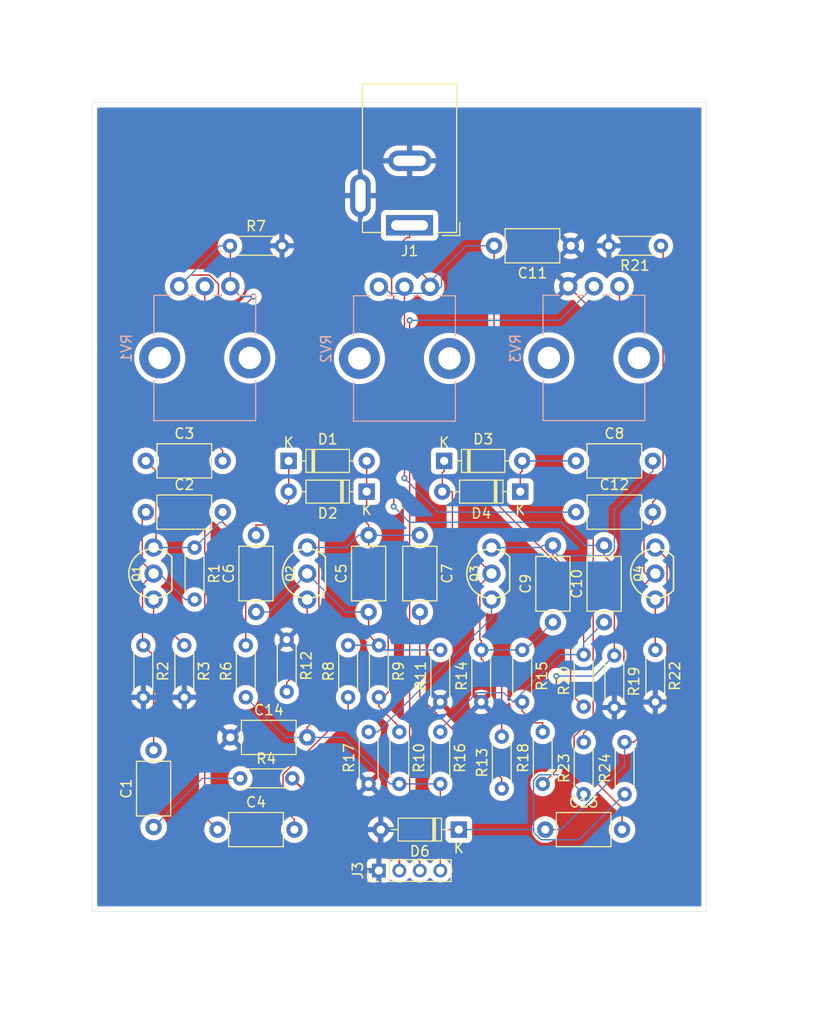
<source format=kicad_pcb>
(kicad_pcb (version 20240108) (generator "pcbnew") (generator_version "8.0")
  (layers (0 "F.Cu" signal "Front") (31 "B.Cu" signal "Back") (34 "B.Paste" user) (35 "F.Paste" user) (36 "B.SilkS" user "B.Silkscreen") (37 "F.SilkS" user "F.Silkscreen") (38 "B.Mask" user) (39 "F.Mask" user) (44 "Edge.Cuts" user))
  (net 0 "")
  (net 1 "Net-(C1-Pad2)")
  (net 2 "Net-(C1-Pad1)")
  (net 3 "Net-(C2-Pad2)")
  (net 4 "Net-(C3-Pad2)")
  (net 5 "Net-(C4-Pad2)")
  (net 6 "Net-(C4-Pad1)")
  (net 7 "Net-(C5-Pad1)")
  (net 8 "Net-(D1-A)")
  (net 9 "Net-(D1-K)")
  (net 10 "Net-(C7-Pad2)")
  (net 11 "Net-(C10-Pad1)")
  (net 12 "Net-(D3-A)")
  (net 13 "Net-(D3-K)")
  (net 14 "Net-(C10-Pad2)")
  (net 15 "Net-(C11-Pad2)")
  (net 16 "GND")
  (net 17 "Net-(C12-Pad1)")
  (net 18 "Net-(C12-Pad2)")
  (net 19 "Net-(C13-Pad2)")
  (net 20 "Net-(C13-Pad1)")
  (net 21 "+9V")
  (net 22 "Net-(Q1-Pad3)")
  (net 23 "Net-(Q2-Pad3)")
  (net 24 "Net-(Q3-Pad3)")
  (net 25 "Net-(Q4-Pad3)")
  (net 26 "Input")
  (net 27 "Net-(R7-Pad1)")
  (net 28 "Output")
  (footprint "Capacitor_THT:C_Axial_L5.1mm_D3.1mm_P7.50mm_Horizontal" (layer "F.Cu") (at 145 109.75 90)
    (property "Reference" "C6" (at 3.75 -2.67 90) (layer "F.SilkS"))
    (property "Value" "0.68u" (hide yes))
    (pad "1" thru_hole circle (at 0 0 90) (size 1.6 1.6) (drill 0.8) (layers "*.Cu" "*.Mask") (net 7 "Net-(C5-Pad1)"))
    (pad "2" thru_hole oval (at 7.5 0 90) (size 1.6 1.6) (drill 0.8) (layers "*.Cu" "*.Mask") (net 9 "Net-(D1-K)"))
  )
  (footprint "Capacitor_THT:C_Axial_L5.1mm_D3.1mm_P7.50mm_Horizontal" (layer "F.Cu") (at 174 110.75 90)
    (property "Reference" "C9" (at 3.75 -2.67 90) (layer "F.SilkS"))
    (property "Value" "470p" (hide yes))
    (pad "1" thru_hole circle (at 0 0 90) (size 1.6 1.6) (drill 0.8) (layers "*.Cu" "*.Mask") (net 13 "Net-(D3-K)"))
    (pad "2" thru_hole oval (at 7.5 0 90) (size 1.6 1.6) (drill 0.8) (layers "*.Cu" "*.Mask") (net 11 "Net-(C10-Pad1)"))
  )
  (footprint "Resistor_THT:R_Axial_DIN0204_L3.6mm_D1.6mm_P5.08mm_Horizontal" (layer "F.Cu") (at 184.54 74 180)
    (property "Reference" "R21" (at 2.54 -1.92 0) (layer "F.SilkS"))
    (property "Value" "100k" (hide yes))
    (pad "1" thru_hole circle (at 0 0 180) (size 1.4 1.4) (drill 0.7) (layers "*.Cu" "*.Mask") (net 18 "Net-(C12-Pad2)"))
    (pad "2" thru_hole oval (at 5.08 0 180) (size 1.4 1.4) (drill 0.7) (layers "*.Cu" "*.Mask") (net 16 "GND"))
  )
  (footprint "Resistor_THT:R_Axial_DIN0204_L3.6mm_D1.6mm_P5.08mm_Horizontal" (layer "F.Cu") (at 173 126.54 90)
    (property "Reference" "R18" (at 2.54 -1.92 90) (layer "F.SilkS"))
    (property "Value" "2.2M" (hide yes))
    (pad "1" thru_hole circle (at 0 0 90) (size 1.4 1.4) (drill 0.7) (layers "*.Cu" "*.Mask") (net 14 "Net-(C10-Pad2)"))
    (pad "2" thru_hole oval (at 5.08 0 90) (size 1.4 1.4) (drill 0.7) (layers "*.Cu" "*.Mask") (net 11 "Net-(C10-Pad1)"))
  )
  (footprint "Resistor_THT:R_Axial_DIN0204_L3.6mm_D1.6mm_P5.08mm_Horizontal" (layer "F.Cu") (at 139 103.46 -90)
    (property "Reference" "R1" (at 2.54 -1.92 90) (layer "F.SilkS"))
    (property "Value" "470k" (hide yes))
    (pad "1" thru_hole circle (at 0 0 270) (size 1.4 1.4) (drill 0.7) (layers "*.Cu" "*.Mask") (net 3 "Net-(C2-Pad2)"))
    (pad "2" thru_hole oval (at 5.08 0 270) (size 1.4 1.4) (drill 0.7) (layers "*.Cu" "*.Mask") (net 1 "Net-(C1-Pad2)"))
  )
  (footprint "Diode_THT:D_DO-35_SOD27_P7.62mm_Horizontal" (layer "F.Cu") (at 155.81 98 180)
    (property "Reference" "D2" (at 3.81 -2.12 0) (layer "F.SilkS"))
    (property "Value" "1N4148" (hide yes))
    (fp_text user "K" (at 0 -1.8 0) (layer "F.SilkS"))
    (pad "1" thru_hole rect (at 0 0 180) (size 1.6 1.6) (drill 0.8) (layers "*.Cu" "*.Mask") (net 8 "Net-(D1-A)"))
    (pad "2" thru_hole oval (at 7.62 0 180) (size 1.6 1.6) (drill 0.8) (layers "*.Cu" "*.Mask") (net 9 "Net-(D1-K)"))
  )
  (footprint "Resistor_THT:R_Axial_DIN0204_L3.6mm_D1.6mm_P5.08mm_Horizontal" (layer "F.Cu") (at 156 126.54 90)
    (property "Reference" "R17" (at 2.54 -1.92 90) (layer "F.SilkS"))
    (property "Value" "390" (hide yes))
    (pad "1" thru_hole circle (at 0 0 90) (size 1.4 1.4) (drill 0.7) (layers "*.Cu" "*.Mask") (net 16 "GND"))
    (pad "2" thru_hole oval (at 5.08 0 90) (size 1.4 1.4) (drill 0.7) (layers "*.Cu" "*.Mask") (net 24 "Net-(Q3-Pad3)"))
  )
  (footprint "Resistor_THT:R_Axial_DIN0204_L3.6mm_D1.6mm_P5.08mm_Horizontal" (layer "F.Cu") (at 180 114 -90)
    (property "Reference" "R19" (at 2.54 -1.92 90) (layer "F.SilkS"))
    (property "Value" "100k" (hide yes))
    (pad "1" thru_hole circle (at 0 0 270) (size 1.4 1.4) (drill 0.7) (layers "*.Cu" "*.Mask") (net 14 "Net-(C10-Pad2)"))
    (pad "2" thru_hole oval (at 5.08 0 270) (size 1.4 1.4) (drill 0.7) (layers "*.Cu" "*.Mask") (net 16 "GND"))
  )
  (footprint "Resistor_THT:R_Axial_DIN0204_L3.6mm_D1.6mm_P5.08mm_Horizontal" (layer "F.Cu") (at 143.46 126)
    (property "Reference" "R4" (at 2.54 -1.92 0) (layer "F.SilkS"))
    (property "Value" "39k" (hide yes))
    (pad "1" thru_hole circle (at 0 0) (size 1.4 1.4) (drill 0.7) (layers "*.Cu" "*.Mask") (net 2 "Net-(C1-Pad1)"))
    (pad "2" thru_hole oval (at 5.08 0) (size 1.4 1.4) (drill 0.7) (layers "*.Cu" "*.Mask") (net 26 "Input"))
  )
  (footprint "Resistor_THT:R_Axial_DIN0204_L3.6mm_D1.6mm_P5.08mm_Horizontal" (layer "F.Cu") (at 171 113.46 -90)
    (property "Reference" "R15" (at 2.54 -1.92 90) (layer "F.SilkS"))
    (property "Value" "470k" (hide yes))
    (pad "1" thru_hole circle (at 0 0 270) (size 1.4 1.4) (drill 0.7) (layers "*.Cu" "*.Mask") (net 13 "Net-(D3-K)"))
    (pad "2" thru_hole oval (at 5.08 0 270) (size 1.4 1.4) (drill 0.7) (layers "*.Cu" "*.Mask") (net 11 "Net-(C10-Pad1)"))
  )
  (footprint "Resistor_THT:R_Axial_DIN0204_L3.6mm_D1.6mm_P5.08mm_Horizontal" (layer "F.Cu") (at 144 118.08 90)
    (property "Reference" "R6" (at 2.54 -1.92 90) (layer "F.SilkS"))
    (property "Value" "12k" (hide yes))
    (pad "1" thru_hole circle (at 0 0 90) (size 1.4 1.4) (drill 0.7) (layers "*.Cu" "*.Mask") (net 21 "+9V"))
    (pad "2" thru_hole oval (at 5.08 0 90) (size 1.4 1.4) (drill 0.7) (layers "*.Cu" "*.Mask") (net 3 "Net-(C2-Pad2)"))
  )
  (footprint "Capacitor_THT:C_Axial_L5.1mm_D3.1mm_P7.50mm_Horizontal" (layer "F.Cu") (at 134.25 100)
    (property "Reference" "C2" (at 3.75 -2.67 0) (layer "F.SilkS"))
    (property "Value" "470p" (hide yes))
    (pad "1" thru_hole circle (at 0 0) (size 1.6 1.6) (drill 0.8) (layers "*.Cu" "*.Mask") (net 1 "Net-(C1-Pad2)"))
    (pad "2" thru_hole oval (at 7.5 0) (size 1.6 1.6) (drill 0.8) (layers "*.Cu" "*.Mask") (net 3 "Net-(C2-Pad2)"))
  )
  (footprint "2N5088:TO92" (layer "F.Cu") (at 168 106 -90)
    (property "Reference" "Q3" (at 0 1.651 90) (layer "F.SilkS") (effects (font (size 0.8 0.8))))
    (property "Value" "2N5088" (hide yes))
    (pad "1" thru_hole circle (at -2.54 0 270) (size 1.778 1.778) (drill 1.016) (layers "*.Cu" "*.Mask") (net 11 "Net-(C10-Pad1)"))
    (pad "2" thru_hole circle (at 0 0 270) (size 1.778 1.778) (drill 1.016) (layers "*.Cu" "*.Mask") (net 13 "Net-(D3-K)"))
    (pad "3" thru_hole circle (at 2.54 0 270) (size 1.778 1.778) (drill 1.016) (layers "*.Cu" "*.Mask") (net 24 "Net-(Q3-Pad3)"))
  )
  (footprint "Connector_PinHeader_2.00mm:PinHeader_1x04_P2.00mm_Vertical" (layer "F.Cu") (at 157 135 90)
    (property "Reference" "J3" (at 0 -2.06 90) (layer "F.SilkS"))
    (property "Value" "Conn_01x04_Socket" (hide yes))
    (pad "1" thru_hole rect (at 0 0 90) (size 1.35 1.35) (drill 0.8) (layers "*.Cu" "*.Mask") (net 16 "GND"))
    (pad "2" thru_hole oval (at 0 2 90) (size 1.35 1.35) (drill 0.8) (layers "*.Cu" "*.Mask") (net 26 "Input"))
    (pad "3" thru_hole oval (at 0 4 90) (size 1.35 1.35) (drill 0.8) (layers "*.Cu" "*.Mask") (net 28 "Output"))
    (pad "4" thru_hole oval (at 0 6 90) (size 1.35 1.35) (drill 0.8) (layers "*.Cu" "*.Mask") (net 21 "+9V"))
  )
  (footprint "Resistor_THT:R_Axial_DIN0204_L3.6mm_D1.6mm_P5.08mm_Horizontal" (layer "F.Cu") (at 138 113 -90)
    (property "Reference" "R3" (at 2.54 -1.92 90) (layer "F.SilkS"))
    (property "Value" "390" (hide yes))
    (pad "1" thru_hole circle (at 0 0 270) (size 1.4 1.4) (drill 0.7) (layers "*.Cu" "*.Mask") (net 22 "Net-(Q1-Pad3)"))
    (pad "2" thru_hole oval (at 5.08 0 270) (size 1.4 1.4) (drill 0.7) (layers "*.Cu" "*.Mask") (net 16 "GND"))
  )
  (footprint "Resistor_THT:R_Axial_DIN0204_L3.6mm_D1.6mm_P5.08mm_Horizontal" (layer "F.Cu") (at 159 121.46 -90)
    (property "Reference" "R10" (at 2.54 -1.92 90) (layer "F.SilkS"))
    (property "Value" "12k" (hide yes))
    (pad "1" thru_hole circle (at 0 0 270) (size 1.4 1.4) (drill 0.7) (layers "*.Cu" "*.Mask") (net 8 "Net-(D1-A)"))
    (pad "2" thru_hole oval (at 5.08 0 270) (size 1.4 1.4) (drill 0.7) (layers "*.Cu" "*.Mask") (net 21 "+9V"))
  )
  (footprint "2N5088:TO92" (layer "F.Cu") (at 135 106 -90)
    (property "Reference" "Q1" (at 0 1.651 90) (layer "F.SilkS") (effects (font (size 0.8 0.8))))
    (property "Value" "2N5088" (hide yes))
    (pad "1" thru_hole circle (at -2.54 0 270) (size 1.778 1.778) (drill 1.016) (layers "*.Cu" "*.Mask") (net 3 "Net-(C2-Pad2)"))
    (pad "2" thru_hole circle (at 0 0 270) (size 1.778 1.778) (drill 1.016) (layers "*.Cu" "*.Mask") (net 1 "Net-(C1-Pad2)"))
    (pad "3" thru_hole circle (at 2.54 0 270) (size 1.778 1.778) (drill 1.016) (layers "*.Cu" "*.Mask") (net 22 "Net-(Q1-Pad3)"))
  )
  (footprint "Resistor_THT:R_Axial_DIN0204_L3.6mm_D1.6mm_P5.08mm_Horizontal" (layer "F.Cu") (at 134 113 -90)
    (property "Reference" "R2" (at 2.54 -1.92 90) (layer "F.SilkS"))
    (property "Value" "100k" (hide yes))
    (pad "1" thru_hole circle (at 0 0 270) (size 1.4 1.4) (drill 0.7) (layers "*.Cu" "*.Mask") (net 1 "Net-(C1-Pad2)"))
    (pad "2" thru_hole oval (at 5.08 0 270) (size 1.4 1.4) (drill 0.7) (layers "*.Cu" "*.Mask") (net 16 "GND"))
  )
  (footprint "Resistor_THT:R_Axial_DIN0204_L3.6mm_D1.6mm_P5.08mm_Horizontal" (layer "F.Cu") (at 163 118.54 90)
    (property "Reference" "R11" (at 2.54 -1.92 90) (layer "F.SilkS"))
    (property "Value" "100k" (hide yes))
    (pad "1" thru_hole circle (at 0 0 90) (size 1.4 1.4) (drill 0.7) (layers "*.Cu" "*.Mask") (net 16 "GND"))
    (pad "2" thru_hole oval (at 5.08 0 90) (size 1.4 1.4) (drill 0.7) (layers "*.Cu" "*.Mask") (net 7 "Net-(C5-Pad1)"))
  )
  (footprint "Capacitor_THT:C_Axial_L5.1mm_D3.1mm_P7.50mm_Horizontal" (layer "F.Cu") (at 142.5 122)
    (property "Reference" "C14" (at 3.75 -2.67 0) (layer "F.SilkS"))
    (property "Value" "0.1u" (hide yes))
    (pad "1" thru_hole circle (at 0 0) (size 1.6 1.6) (drill 0.8) (layers "*.Cu" "*.Mask") (net 16 "GND"))
    (pad "2" thru_hole oval (at 7.5 0) (size 1.6 1.6) (drill 0.8) (layers "*.Cu" "*.Mask") (net 21 "+9V"))
  )
  (footprint "Capacitor_THT:C_Axial_L5.1mm_D3.1mm_P7.50mm_Horizontal" (layer "F.Cu") (at 161 102.25 -90)
    (property "Reference" "C7" (at 3.75 -2.67 90) (layer "F.SilkS"))
    (property "Value" "0.68u" (hide yes))
    (pad "1" thru_hole circle (at 0 0 270) (size 1.6 1.6) (drill 0.8) (layers "*.Cu" "*.Mask") (net 8 "Net-(D1-A)"))
    (pad "2" thru_hole oval (at 7.5 0 270) (size 1.6 1.6) (drill 0.8) (layers "*.Cu" "*.Mask") (net 10 "Net-(C7-Pad2)"))
  )
  (footprint "Resistor_THT:R_Axial_DIN0204_L3.6mm_D1.6mm_P5.08mm_Horizontal" (layer "F.Cu") (at 142.46 74)
    (property "Reference" "R7" (at 2.54 -1.92 0) (layer "F.SilkS"))
    (property "Value" "1k" (hide yes))
    (pad "1" thru_hole circle (at 0 0) (size 1.4 1.4) (drill 0.7) (layers "*.Cu" "*.Mask") (net 27 "Net-(R7-Pad1)"))
    (pad "2" thru_hole oval (at 5.08 0) (size 1.4 1.4) (drill 0.7) (layers "*.Cu" "*.Mask") (net 16 "GND"))
  )
  (footprint "Resistor_THT:R_Axial_DIN0204_L3.6mm_D1.6mm_P5.08mm_Horizontal" (layer "F.Cu") (at 181 127.54 90)
    (property "Reference" "R24" (at 2.54 -1.92 90) (layer "F.SilkS"))
    (property "Value" "10k" (hide yes))
    (pad "1" thru_hole circle (at 0 0 90) (size 1.4 1.4) (drill 0.7) (layers "*.Cu" "*.Mask") (net 21 "+9V"))
    (pad "2" thru_hole oval (at 5.08 0 90) (size 1.4 1.4) (drill 0.7) (layers "*.Cu" "*.Mask") (net 20 "Net-(C13-Pad1)"))
  )
  (footprint "Capacitor_THT:C_Axial_L5.1mm_D3.1mm_P7.50mm_Horizontal" (layer "F.Cu") (at 156 109.75 90)
    (property "Reference" "C5" (at 3.75 -2.67 90) (layer "F.SilkS"))
    (property "Value" "470p" (hide yes))
    (pad "1" thru_hole circle (at 0 0 90) (size 1.6 1.6) (drill 0.8) (layers "*.Cu" "*.Mask") (net 7 "Net-(C5-Pad1)"))
    (pad "2" thru_hole oval (at 7.5 0 90) (size 1.6 1.6) (drill 0.8) (layers "*.Cu" "*.Mask") (net 8 "Net-(D1-A)"))
  )
  (footprint "Resistor_THT:R_Axial_DIN0204_L3.6mm_D1.6mm_P5.08mm_Horizontal" (layer "F.Cu") (at 163 121.46 -90)
    (property "Reference" "R16" (at 2.54 -1.92 90) (layer "F.SilkS"))
    (property "Value" "12k" (hide yes))
    (pad "1" thru_hole circle (at 0 0 270) (size 1.4 1.4) (drill 0.7) (layers "*.Cu" "*.Mask") (net 11 "Net-(C10-Pad1)"))
    (pad "2" thru_hole oval (at 5.08 0 270) (size 1.4 1.4) (drill 0.7) (layers "*.Cu" "*.Mask") (net 21 "+9V"))
  )
  (footprint "2N5088:TO92" (layer "F.Cu") (at 184 106 -90)
    (property "Reference" "Q4" (at 0 1.651 90) (layer "F.SilkS") (effects (font (size 0.8 0.8))))
    (property "Value" "2N5088" (hide yes))
    (pad "1" thru_hole circle (at -2.54 0 270) (size 1.778 1.778) (drill 1.016) (layers "*.Cu" "*.Mask") (net 20 "Net-(C13-Pad1)"))
    (pad "2" thru_hole circle (at 0 0 270) (size 1.778 1.778) (drill 1.016) (layers "*.Cu" "*.Mask") (net 18 "Net-(C12-Pad2)"))
    (pad "3" thru_hole circle (at 2.54 0 270) (size 1.778 1.778) (drill 1.016) (layers "*.Cu" "*.Mask") (net 25 "Net-(Q4-Pad3)"))
  )
  (footprint "Resistor_THT:R_Axial_DIN0204_L3.6mm_D1.6mm_P5.08mm_Horizontal" (layer "F.Cu") (at 184 113.46 -90)
    (property "Reference" "R22" (at 2.54 -1.92 90) (layer "F.SilkS"))
    (property "Value" "2.2k" (hide yes))
    (pad "1" thru_hole circle (at 0 0 270) (size 1.4 1.4) (drill 0.7) (layers "*.Cu" "*.Mask") (net 25 "Net-(Q4-Pad3)"))
    (pad "2" thru_hole oval (at 5.08 0 270) (size 1.4 1.4) (drill 0.7) (layers "*.Cu" "*.Mask") (net 16 "GND"))
  )
  (footprint "Capacitor_THT:C_Axial_L5.1mm_D3.1mm_P7.50mm_Horizontal" (layer "F.Cu") (at 179 110.75 90)
    (property "Reference" "C10" (at 3.75 -2.67 90) (layer "F.SilkS"))
    (property "Value" "4.7p" (hide yes))
    (pad "1" thru_hole circle (at 0 0 90) (size 1.6 1.6) (drill 0.8) (layers "*.Cu" "*.Mask") (net 11 "Net-(C10-Pad1)"))
    (pad "2" thru_hole oval (at 7.5 0 90) (size 1.6 1.6) (drill 0.8) (layers "*.Cu" "*.Mask") (net 14 "Net-(C10-Pad2)"))
  )
  (footprint "Capacitor_THT:C_Axial_L5.1mm_D3.1mm_P7.50mm_Horizontal" (layer "F.Cu") (at 175.75 74 180)
    (property "Reference" "C11" (at 3.75 -2.67 0) (layer "F.SilkS"))
    (property "Value" "0.01u" (hide yes))
    (pad "1" thru_hole circle (at 0 0 180) (size 1.6 1.6) (drill 0.8) (layers "*.Cu" "*.Mask") (net 16 "GND"))
    (pad "2" thru_hole oval (at 7.5 0 180) (size 1.6 1.6) (drill 0.8) (layers "*.Cu" "*.Mask") (net 15 "Net-(C11-Pad2)"))
  )
  (footprint "Resistor_THT:R_Axial_DIN0204_L3.6mm_D1.6mm_P5.08mm_Horizontal" (layer "F.Cu") (at 177 127.54 90)
    (property "Reference" "R23" (at 2.54 -1.92 90) (layer "F.SilkS"))
    (property "Value" "390k" (hide yes))
    (pad "1" thru_hole circle (at 0 0 90) (size 1.4 1.4) (drill 0.7) (layers "*.Cu" "*.Mask") (net 21 "+9V"))
    (pad "2" thru_hole oval (at 5.08 0 90) (size 1.4 1.4) (drill 0.7) (layers "*.Cu" "*.Mask") (net 18 "Net-(C12-Pad2)"))
  )
  (footprint "Resistor_THT:R_Axial_DIN0204_L3.6mm_D1.6mm_P5.08mm_Horizontal" (layer "F.Cu") (at 148 112.46 -90)
    (property "Reference" "R12" (at 2.54 -1.92 90) (layer "F.SilkS"))
    (property "Value" "390" (hide yes))
    (pad "1" thru_hole circle (at 0 0 270) (size 1.4 1.4) (drill 0.7) (layers "*.Cu" "*.Mask") (net 16 "GND"))
    (pad "2" thru_hole oval (at 5.08 0 270) (size 1.4 1.4) (drill 0.7) (layers "*.Cu" "*.Mask") (net 23 "Net-(Q2-Pad3)"))
  )
  (footprint "Diode_THT:D_DO-35_SOD27_P7.62mm_Horizontal" (layer "F.Cu") (at 170.81 98 180)
    (property "Reference" "D4" (at 3.81 -2.12 0) (layer "F.SilkS"))
    (property "Value" "1N4148" (hide yes))
    (fp_text user "K" (at 0 -1.8 0) (layer "F.SilkS"))
    (pad "1" thru_hole rect (at 0 0 180) (size 1.6 1.6) (drill 0.8) (layers "*.Cu" "*.Mask") (net 12 "Net-(D3-A)"))
    (pad "2" thru_hole oval (at 7.62 0 180) (size 1.6 1.6) (drill 0.8) (layers "*.Cu" "*.Mask") (net 13 "Net-(D3-K)"))
  )
  (footprint "2N5088:TO92" (layer "F.Cu") (at 150 106 -90)
    (property "Reference" "Q2" (at 0 1.651 90) (layer "F.SilkS") (effects (font (size 0.8 0.8))))
    (property "Value" "2N5088" (hide yes))
    (pad "1" thru_hole circle (at -2.54 0 270) (size 1.778 1.778) (drill 1.016) (layers "*.Cu" "*.Mask") (net 8 "Net-(D1-A)"))
    (pad "2" thru_hole circle (at 0 0 270) (size 1.778 1.778) (drill 1.016) (layers "*.Cu" "*.Mask") (net 7 "Net-(C5-Pad1)"))
    (pad "3" thru_hole circle (at 2.54 0 270) (size 1.778 1.778) (drill 1.016) (layers "*.Cu" "*.Mask") (net 23 "Net-(Q2-Pad3)"))
  )
  (footprint "Capacitor_THT:C_Axial_L5.1mm_D3.1mm_P7.50mm_Horizontal" (layer "F.Cu") (at 176.25 100)
    (property "Reference" "C12" (at 3.75 -2.67 0) (layer "F.SilkS"))
    (property "Value" "0.1u" (hide yes))
    (pad "1" thru_hole circle (at 0 0) (size 1.6 1.6) (drill 0.8) (layers "*.Cu" "*.Mask") (net 17 "Net-(C12-Pad1)"))
    (pad "2" thru_hole oval (at 7.5 0) (size 1.6 1.6) (drill 0.8) (layers "*.Cu" "*.Mask") (net 18 "Net-(C12-Pad2)"))
  )
  (footprint "Diode_THT:D_DO-35_SOD27_P7.62mm_Horizontal" (layer "F.Cu") (at 164.81 131 180)
    (property "Reference" "D6" (at 3.81 -2.12 0) (layer "F.SilkS"))
    (property "Value" "1N4148" (hide yes))
    (fp_text user "K" (at 0 -1.8 0) (layer "F.SilkS"))
    (pad "1" thru_hole rect (at 0 0 180) (size 1.6 1.6) (drill 0.8) (layers "*.Cu" "*.Mask") (net 21 "+9V"))
    (pad "2" thru_hole oval (at 7.62 0 180) (size 1.6 1.6) (drill 0.8) (layers "*.Cu" "*.Mask") (net 16 "GND"))
  )
  (footprint "Capacitor_THT:C_Axial_L5.1mm_D3.1mm_P7.50mm_Horizontal" (layer "F.Cu") (at 173.25 131)
    (property "Reference" "C13" (at 3.75 -2.67 0) (layer "F.SilkS"))
    (property "Value" "0.1u" (hide yes))
    (pad "1" thru_hole circle (at 0 0) (size 1.6 1.6) (drill 0.8) (layers "*.Cu" "*.Mask") (net 20 "Net-(C13-Pad1)"))
    (pad "2" thru_hole oval (at 7.5 0) (size 1.6 1.6) (drill 0.8) (layers "*.Cu" "*.Mask") (net 19 "Net-(C13-Pad2)"))
  )
  (footprint "Resistor_THT:R_Axial_DIN0204_L3.6mm_D1.6mm_P5.08mm_Horizontal" (layer "F.Cu") (at 154 118.08 90)
    (property "Reference" "R8" (at 2.54 -1.92 90) (layer "F.SilkS"))
    (property "Value" "10k" (hide yes))
    (pad "1" thru_hole circle (at 0 0 90) (size 1.4 1.4) (drill 0.7) (layers "*.Cu" "*.Mask") (net 5 "Net-(C4-Pad2)"))
    (pad "2" thru_hole oval (at 5.08 0 90) (size 1.4 1.4) (drill 0.7) (layers "*.Cu" "*.Mask") (net 7 "Net-(C5-Pad1)"))
  )
  (footprint "Diode_THT:D_DO-35_SOD27_P7.62mm_Horizontal" (layer "F.Cu") (at 148.19 95)
    (property "Reference" "D1" (at 3.81 -2.12 0) (layer "F.SilkS"))
    (property "Value" "1N4148" (hide yes))
    (fp_text user "K" (at 0 -1.8 0) (layer "F.SilkS"))
    (pad "1" thru_hole rect (at 0 0) (size 1.6 1.6) (drill 0.8) (layers "*.Cu" "*.Mask") (net 9 "Net-(D1-K)"))
    (pad "2" thru_hole oval (at 7.62 0) (size 1.6 1.6) (drill 0.8) (layers "*.Cu" "*.Mask") (net 8 "Net-(D1-A)"))
  )
  (footprint "Capacitor_THT:C_Axial_L5.1mm_D3.1mm_P7.50mm_Horizontal" (layer "F.Cu") (at 135 130.75 90)
    (property "Reference" "C1" (at 3.75 -2.67 90) (layer "F.SilkS"))
    (property "Value" "0.1u" (hide yes))
    (pad "1" thru_hole circle (at 0 0 90) (size 1.6 1.6) (drill 0.8) (layers "*.Cu" "*.Mask") (net 2 "Net-(C1-Pad1)"))
    (pad "2" thru_hole oval (at 7.5 0 90) (size 1.6 1.6) (drill 0.8) (layers "*.Cu" "*.Mask") (net 1 "Net-(C1-Pad2)"))
  )
  (footprint "Capacitor_THT:C_Axial_L5.1mm_D3.1mm_P7.50mm_Horizontal" (layer "F.Cu") (at 176.25 95)
    (property "Reference" "C8" (at 3.75 -2.67 0) (layer "F.SilkS"))
    (property "Value" "0.68u" (hide yes))
    (pad "1" thru_hole circle (at 0 0) (size 1.6 1.6) (drill 0.8) (layers "*.Cu" "*.Mask") (net 12 "Net-(D3-A)"))
    (pad "2" thru_hole oval (at 7.5 0) (size 1.6 1.6) (drill 0.8) (layers "*.Cu" "*.Mask") (net 11 "Net-(C10-Pad1)"))
  )
  (footprint "Resistor_THT:R_Axial_DIN0204_L3.6mm_D1.6mm_P5.08mm_Horizontal" (layer "F.Cu") (at 169 127 90)
    (property "Reference" "R13" (at 2.54 -1.92 90) (layer "F.SilkS"))
    (property "Value" "10k" (hide yes))
    (pad "1" thru_hole circle (at 0 0 90) (size 1.4 1.4) (drill 0.7) (layers "*.Cu" "*.Mask") (net 10 "Net-(C7-Pad2)"))
    (pad "2" thru_hole oval (at 5.08 0 90) (size 1.4 1.4) (drill 0.7) (layers "*.Cu" "*.Mask") (net 13 "Net-(D3-K)"))
  )
  (footprint "Resistor_THT:R_Axial_DIN0204_L3.6mm_D1.6mm_P5.08mm_Horizontal" (layer "F.Cu") (at 157 113 -90)
    (property "Reference" "R9" (at 2.54 -1.92 90) (layer "F.SilkS"))
    (property "Value" "470k" (hide yes))
    (pad "1" thru_hole circle (at 0 0 270) (size 1.4 1.4) (drill 0.7) (layers "*.Cu" "*.Mask") (net 7 "Net-(C5-Pad1)"))
    (pad "2" thru_hole oval (at 5.08 0 270) (size 1.4 1.4) (drill 0.7) (layers "*.Cu" "*.Mask") (net 8 "Net-(D1-A)"))
  )
  (footprint "Connector_BarrelJack:BarrelJack_GCT_DCJ200-10-A_Horizontal" (layer "F.Cu") (at 160 72 180)
    (property "Reference" "J1" (at 0 -2.5 0) (layer "F.SilkS"))
    (property "Value" "PJ-202A" (hide yes))
    (pad "1" thru_hole rect (at 0 0 180) (size 4.6 2) (drill oval 3.6 1) (layers "*.Cu" "*.Mask") (net 21 "+9V"))
    (pad "2" thru_hole oval (at 0 6.3 180) (size 4.2 2) (drill oval 3.2 1) (layers "*.Cu" "*.Mask") (net 16 "GND"))
    (pad "3" thru_hole oval (at 4.8 2.9 180) (size 2 4.2) (drill oval 1 3.2) (layers "*.Cu" "*.Mask") (net 16 "GND"))
  )
  (footprint "Capacitor_THT:C_Axial_L5.1mm_D3.1mm_P7.50mm_Horizontal" (layer "F.Cu") (at 141.25 131)
    (property "Reference" "C4" (at 3.75 -2.67 0) (layer "F.SilkS"))
    (property "Value" "0.1u" (hide yes))
    (pad "1" thru_hole circle (at 0 0) (size 1.6 1.6) (drill 0.8) (layers "*.Cu" "*.Mask") (net 6 "Net-(C4-Pad1)"))
    (pad "2" thru_hole oval (at 7.5 0) (size 1.6 1.6) (drill 0.8) (layers "*.Cu" "*.Mask") (net 5 "Net-(C4-Pad2)"))
  )
  (footprint "Capacitor_THT:C_Axial_L5.1mm_D3.1mm_P7.50mm_Horizontal" (layer "F.Cu") (at 134.25 95)
    (property "Reference" "C3" (at 3.75 -2.67 0) (layer "F.SilkS"))
    (property "Value" "0.1u" (hide yes))
    (pad "1" thru_hole circle (at 0 0) (size 1.6 1.6) (drill 0.8) (layers "*.Cu" "*.Mask") (net 3 "Net-(C2-Pad2)"))
    (pad "2" thru_hole oval (at 7.5 0) (size 1.6 1.6) (drill 0.8) (layers "*.Cu" "*.Mask") (net 4 "Net-(C3-Pad2)"))
  )
  (footprint "Resistor_THT:R_Axial_DIN0204_L3.6mm_D1.6mm_P5.08mm_Horizontal" (layer "F.Cu") (at 177 119 90)
    (property "Reference" "R20" (at 2.54 -1.92 90) (layer "F.SilkS"))
    (property "Value" "22k" (hide yes))
    (pad "1" thru_hole circle (at 0 0 90) (size 1.4 1.4) (drill 0.7) (layers "*.Cu" "*.Mask") (net 15 "Net-(C11-Pad2)"))
    (pad "2" thru_hole oval (at 5.08 0 90) (size 1.4 1.4) (drill 0.7) (layers "*.Cu" "*.Mask") (net 11 "Net-(C10-Pad1)"))
  )
  (footprint "Diode_THT:D_DO-35_SOD27_P7.62mm_Horizontal" (layer "F.Cu") (at 163.38 95)
    (property "Reference" "D3" (at 3.81 -2.12 0) (layer "F.SilkS"))
    (property "Value" "1N4148" (hide yes))
    (fp_text user "K" (at 0 -1.8 0) (layer "F.SilkS"))
    (pad "1" thru_hole rect (at 0 0) (size 1.6 1.6) (drill 0.8) (layers "*.Cu" "*.Mask") (net 13 "Net-(D3-K)"))
    (pad "2" thru_hole oval (at 7.62 0) (size 1.6 1.6) (drill 0.8) (layers "*.Cu" "*.Mask") (net 12 "Net-(D3-A)"))
  )
  (footprint "Resistor_THT:R_Axial_DIN0204_L3.6mm_D1.6mm_P5.08mm_Horizontal" (layer "F.Cu") (at 167 118.54 90)
    (property "Reference" "R14" (at 2.54 -1.92 90) (layer "F.SilkS"))
    (property "Value" "100k" (hide yes))
    (pad "1" thru_hole circle (at 0 0 90) (size 1.4 1.4) (drill 0.7) (layers "*.Cu" "*.Mask") (net 16 "GND"))
    (pad "2" thru_hole oval (at 5.08 0 90) (size 1.4 1.4) (drill 0.7) (layers "*.Cu" "*.Mask") (net 13 "Net-(D3-K)"))
  )
  (footprint "Potentiometer_THT:Potentiometer_Bourns_PTV09A-1_Single_Vertical" (layer "B.Cu") (at 142.5 77.95 -90)
    (property "Reference" "RV1" (at 6.05 10.15 90) (layer "B.SilkS") (effects (justify mirror)))
    (property "Value" "100k" (hide yes))
    (pad "" np_thru_hole circle (at 7 -1.9 270) (size 4 4) (drill 2.2) (layers "*.Cu" "*.Mask"))
    (pad "" np_thru_hole circle (at 7 6.9 270) (size 4 4) (drill 2.2) (layers "*.Cu" "*.Mask"))
    (pad "1" thru_hole circle (at 0 0 270) (size 1.8 1.8) (drill 1) (layers "*.Cu" "*.Mask") (net 4 "Net-(C3-Pad2)"))
    (pad "2" thru_hole circle (at 0 2.5 270) (size 1.8 1.8) (drill 1) (layers "*.Cu" "*.Mask") (net 6 "Net-(C4-Pad1)"))
    (pad "3" thru_hole circle (at 0 5 270) (size 1.8 1.8) (drill 1) (layers "*.Cu" "*.Mask") (net 27 "Net-(R7-Pad1)"))
  )
  (footprint "Potentiometer_THT:Potentiometer_Bourns_PTV09A-1_Single_Vertical" (layer "B.Cu") (at 180.5 77.95 -90)
    (property "Reference" "RV3" (at 6.05 10.15 90) (layer "B.SilkS") (effects (justify mirror)))
    (property "Value" "100k" (hide yes))
    (pad "" np_thru_hole circle (at 7 -1.9 270) (size 4 4) (drill 2.2) (layers "*.Cu" "*.Mask"))
    (pad "" np_thru_hole circle (at 7 6.9 270) (size 4 4) (drill 2.2) (layers "*.Cu" "*.Mask"))
    (pad "1" thru_hole circle (at 0 0 270) (size 1.8 1.8) (drill 1) (layers "*.Cu" "*.Mask") (net 19 "Net-(C13-Pad2)"))
    (pad "2" thru_hole circle (at 0 2.5 270) (size 1.8 1.8) (drill 1) (layers "*.Cu" "*.Mask") (net 28 "Output"))
    (pad "3" thru_hole circle (at 0 5 270) (size 1.8 1.8) (drill 1) (layers "*.Cu" "*.Mask") (net 16 "GND"))
  )
  (footprint "Potentiometer_THT:Potentiometer_Bourns_PTV09A-1_Single_Vertical" (layer "B.Cu") (at 162 78 -90)
    (property "Reference" "RV2" (at 6.05 10.15 90) (layer "B.SilkS") (effects (justify mirror)))
    (property "Value" "100k" (hide yes))
    (pad "" np_thru_hole circle (at 7 -1.9 270) (size 4 4) (drill 2.2) (layers "*.Cu" "*.Mask"))
    (pad "" np_thru_hole circle (at 7 6.9 270) (size 4 4) (drill 2.2) (layers "*.Cu" "*.Mask"))
    (pad "1" thru_hole circle (at 0 0 270) (size 1.8 1.8) (drill 1) (layers "*.Cu" "*.Mask") (net 14 "Net-(C10-Pad2)"))
    (pad "2" thru_hole circle (at 0 2.5 270) (size 1.8 1.8) (drill 1) (layers "*.Cu" "*.Mask") (net 17 "Net-(C12-Pad1)"))
    (pad "3" thru_hole circle (at 0 5 270) (size 1.8 1.8) (drill 1) (layers "*.Cu" "*.Mask") (net 15 "Net-(C11-Pad2)"))
  )
  (gr_line (start 189 139) (end 129 139) (stroke (width 0.0381)) (layer "Edge.Cuts"))
  (gr_line (start 189 60) (end 189 139) (stroke (width 0.0381)) (layer "Edge.Cuts"))
  (gr_line (start 129 60) (end 189 60) (stroke (width 0.0381)) (layer "Edge.Cuts"))
  (gr_line (start 129 139) (end 129 60) (stroke (width 0.0381)) (layer "Edge.Cuts"))
  (segment (start 133.895 104.895) (end 135 106) (width 0.127) (layer "F.Cu") (net 1))
  (segment (start 134.25 100) (end 133.895 100.355) (width 0.127) (layer "F.Cu") (net 1))
  (segment (start 134 113) (end 135 114) (width 0.127) (layer "F.Cu") (net 1))
  (segment (start 133.895 100.355) (end 133.895 104.895) (width 0.127) (layer "F.Cu") (net 1))
  (segment (start 135 106) (end 133.919 107.081) (width 0.127) (layer "F.Cu") (net 1))
  (segment (start 133.919 107.081) (end 133.919 112.919) (width 0.127) (layer "F.Cu") (net 1))
  (segment (start 133.919 112.919) (end 134 113) (width 0.127) (layer "F.Cu") (net 1))
  (segment (start 135 114) (end 135 123.25) (width 0.127) (layer "F.Cu") (net 1))
  (segment (start 139 108.54) (end 138.108 108.54) (width 0.127) (layer "B.Cu") (net 1))
  (segment (start 138.108 108.54) (end 135.568 106) (width 0.127) (layer "B.Cu") (net 1))
  (segment (start 135.568 106) (end 135 106) (width 0.127) (layer "B.Cu") (net 1))
  (segment (start 139.75 126) (end 135 130.75) (width 0.127) (layer "B.Cu") (net 2))
  (segment (start 143.46 126) (end 139.75 126) (width 0.127) (layer "B.Cu") (net 2))
  (segment (start 135.242 95.9922) (end 135.242 103.218) (width 0.127) (layer "F.Cu") (net 3))
  (segment (start 141.75 100.992) (end 144 103.242) (width 0.127) (layer "F.Cu") (net 3))
  (segment (start 144 103.242) (end 144 113) (width 0.127) (layer "F.Cu") (net 3))
  (segment (start 141.75 100) (end 141.75 100.992) (width 0.127) (layer "F.Cu") (net 3))
  (segment (start 135.242 103.218) (end 135 103.46) (width 0.127) (layer "F.Cu") (net 3))
  (segment (start 134.25 95) (end 135.242 95.9922) (width 0.127) (layer "F.Cu") (net 3))
  (segment (start 141.468 100.992) (end 139 103.46) (width 0.127) (layer "B.Cu") (net 3))
  (segment (start 141.75 100) (end 141.75 100.992) (width 0.127) (layer "B.Cu") (net 3))
  (segment (start 135 103.46) (end 139 103.46) (width 0.127) (layer "B.Cu") (net 3))
  (segment (start 141.75 100.992) (end 141.468 100.992) (width 0.127) (layer "B.Cu") (net 3))
  (segment (start 141.75 95) (end 141.75 94.0078) (width 0.127) (layer "F.Cu") (net 4))
  (segment (start 140.461 76.8564) (end 138.594 76.8564) (width 0.127) (layer "F.Cu") (net 4))
  (segment (start 141.339 77.7347) (end 140.461 76.8564) (width 0.127) (layer "F.Cu") (net 4))
  (segment (start 141.339 80.377) (end 141.339 77.7347) (width 0.127) (layer "F.Cu") (net 4))
  (segment (start 143.338 80.377) (end 144.75 78.9653) (width 0.127) (layer "F.Cu") (net 4))
  (segment (start 141.339 93.5967) (end 141.339 80.377) (width 0.127) (layer "F.Cu") (net 4))
  (segment (start 141.339 80.377) (end 143.338 80.377) (width 0.127) (layer "F.Cu") (net 4))
  (segment (start 141.75 94.0078) (end 141.339 93.5967) (width 0.127) (layer "F.Cu") (net 4))
  (segment (start 138.594 76.8564) (end 137.5 77.95) (width 0.127) (layer "F.Cu") (net 4))
  (via (at 144.75 78.9653) (size 0.6) (drill 0.3) (layers "F.Cu" "B.Cu") (net 4))
  (segment (start 143.515 78.9653) (end 142.5 77.95) (width 0.127) (layer "B.Cu") (net 4))
  (segment (start 144.75 78.9653) (end 143.515 78.9653) (width 0.127) (layer "B.Cu") (net 4))
  (segment (start 147.644 128.902) (end 147.644 125.612) (width 0.127) (layer "F.Cu") (net 5))
  (segment (start 147.644 125.612) (end 149.676 123.581) (width 0.127) (layer "F.Cu") (net 5))
  (segment (start 148.75 131) (end 148.75 130.008) (width 0.127) (layer "F.Cu") (net 5))
  (segment (start 154 119.421) (end 154 118.08) (width 0.127) (layer "F.Cu") (net 5))
  (segment (start 149.84 123.581) (end 154 119.421) (width 0.127) (layer "F.Cu") (net 5))
  (segment (start 149.676 123.581) (end 149.84 123.581) (width 0.127) (layer "F.Cu") (net 5))
  (segment (start 148.75 130.008) (end 147.644 128.902) (width 0.127) (layer "F.Cu") (net 5))
  (segment (start 141.25 131) (end 140 129.75) (width 0.127) (layer "F.Cu") (net 6))
  (segment (start 140 129.75) (end 140 77.95) (width 0.127) (layer "F.Cu") (net 6))
  (segment (start 156 112) (end 156 109.75) (width 0.127) (layer "F.Cu") (net 7))
  (segment (start 157 113) (end 156 112) (width 0.127) (layer "F.Cu") (net 7))
  (segment (start 157 113) (end 154 113) (width 0.127) (layer "B.Cu") (net 7))
  (segment (start 153.75 109.75) (end 150 106) (width 0.127) (layer "B.Cu") (net 7))
  (segment (start 150 106) (end 146.25 109.75) (width 0.127) (layer "B.Cu") (net 7))
  (segment (start 157.46 113.46) (end 157 113) (width 0.127) (layer "B.Cu") (net 7))
  (segment (start 163 113.46) (end 157.46 113.46) (width 0.127) (layer "B.Cu") (net 7))
  (segment (start 146.25 109.75) (end 145 109.75) (width 0.127) (layer "B.Cu") (net 7))
  (segment (start 156 109.75) (end 153.75 109.75) (width 0.127) (layer "B.Cu") (net 7))
  (segment (start 157 118.08) (end 157 118.526) (width 0.127) (layer "F.Cu") (net 8))
  (segment (start 156 101.258) (end 155.81 101.068) (width 0.127) (layer "F.Cu") (net 8))
  (segment (start 155.81 101.068) (end 155.81 98) (width 0.127) (layer "F.Cu") (net 8))
  (segment (start 157 118.526) (end 157 118.972) (width 0.127) (layer "F.Cu") (net 8))
  (segment (start 155.81 95) (end 155.81 98) (width 0.127) (layer "F.Cu") (net 8))
  (segment (start 157.908 105.15) (end 157.908 117.618) (width 0.127) (layer "F.Cu") (net 8))
  (segment (start 157 118.972) (end 159 120.972) (width 0.127) (layer "F.Cu") (net 8))
  (segment (start 156 103.242) (end 157.908 105.15) (width 0.127) (layer "F.Cu") (net 8))
  (segment (start 156 102.25) (end 156 103.242) (width 0.127) (layer "F.Cu") (net 8))
  (segment (start 156 102.25) (end 156 101.258) (width 0.127) (layer "F.Cu") (net 8))
  (segment (start 157.908 117.618) (end 157 118.526) (width 0.127) (layer "F.Cu") (net 8))
  (segment (start 159 120.972) (end 159 121.46) (width 0.127) (layer "F.Cu") (net 8))
  (segment (start 161 102.25) (end 156 102.25) (width 0.127) (layer "B.Cu") (net 8))
  (segment (start 153.798 103.46) (end 150 103.46) (width 0.127) (layer "B.Cu") (net 8))
  (segment (start 155.008 102.25) (end 153.798 103.46) (width 0.127) (layer "B.Cu") (net 8))
  (segment (start 156 102.25) (end 155.008 102.25) (width 0.127) (layer "B.Cu") (net 8))
  (segment (start 145 101.258) (end 145.924 101.258) (width 0.127) (layer "F.Cu") (net 9))
  (segment (start 148.19 98.9922) (end 148.19 98) (width 0.127) (layer "F.Cu") (net 9))
  (segment (start 145.924 101.258) (end 148.19 98.9922) (width 0.127) (layer "F.Cu") (net 9))
  (segment (start 145 102.25) (end 145 101.258) (width 0.127) (layer "F.Cu") (net 9))
  (segment (start 148.19 95) (end 148.19 98) (width 0.127) (layer "F.Cu") (net 9))
  (segment (start 161 109.75) (end 161 118.01) (width 0.127) (layer "F.Cu") (net 10))
  (segment (start 169 126.01) (end 169 127) (width 0.127) (layer "F.Cu") (net 10))
  (segment (start 161 118.01) (end 169 126.01) (width 0.127) (layer "F.Cu") (net 10))
  (segment (start 171 119.432) (end 171 118.54) (width 0.127) (layer "F.Cu") (net 11))
  (segment (start 173 120.568) (end 172.136 120.568) (width 0.127) (layer "F.Cu") (net 11))
  (segment (start 177 107.242) (end 177 113.92) (width 0.127) (layer "F.Cu") (net 11))
  (segment (start 174 103.25) (end 174 104.242) (width 0.127) (layer "F.Cu") (net 11))
  (segment (start 174 104.242) (end 177 107.242) (width 0.127) (layer "F.Cu") (net 11))
  (segment (start 172.136 120.568) (end 171 119.432) (width 0.127) (layer "F.Cu") (net 11))
  (segment (start 173 121.46) (end 173 120.568) (width 0.127) (layer "F.Cu") (net 11))
  (segment (start 172.798 103.46) (end 173.008 103.25) (width 0.127) (layer "B.Cu") (net 11))
  (segment (start 169.2 117.632) (end 170.108 118.54) (width 0.127) (layer "B.Cu") (net 11))
  (segment (start 168 103.46) (end 172.798 103.46) (width 0.127) (layer "B.Cu") (net 11))
  (segment (start 163 121.46) (end 163 121.218) (width 0.127) (layer "B.Cu") (net 11))
  (segment (start 177 113.92) (end 177 112.75) (width 0.127) (layer "B.Cu") (net 11))
  (segment (start 174.507 104.254) (end 173.504 103.25) (width 0.127) (layer "B.Cu") (net 11))
  (segment (start 180 99.7422) (end 180 103.72) (width 0.127) (layer "B.Cu") (net 11))
  (segment (start 183.75 95.9922) (end 180 99.7422) (width 0.127) (layer "B.Cu") (net 11))
  (segment (start 180 103.72) (end 179.467 104.254) (width 0.127) (layer "B.Cu") (net 11))
  (segment (start 183.75 95) (end 183.75 95.9922) (width 0.127) (layer "B.Cu") (net 11))
  (segment (start 174 103.25) (end 173.504 103.25) (width 0.127) (layer "B.Cu") (net 11))
  (segment (start 177 112.75) (end 179 110.75) (width 0.127) (layer "B.Cu") (net 11))
  (segment (start 166.586 117.632) (end 169.2 117.632) (width 0.127) (layer "B.Cu") (net 11))
  (segment (start 174.728 113.92) (end 177 113.92) (width 0.127) (layer "B.Cu") (net 11))
  (segment (start 170.108 118.54) (end 174.728 113.92) (width 0.127) (layer "B.Cu") (net 11))
  (segment (start 179.467 104.254) (end 174.507 104.254) (width 0.127) (layer "B.Cu") (net 11))
  (segment (start 171 118.54) (end 170.108 118.54) (width 0.127) (layer "B.Cu") (net 11))
  (segment (start 173.008 103.25) (end 173.504 103.25) (width 0.127) (layer "B.Cu") (net 11))
  (segment (start 163 121.218) (end 166.586 117.632) (width 0.127) (layer "B.Cu") (net 11))
  (segment (start 171 95) (end 171 95.9922) (width 0.127) (layer "F.Cu") (net 12))
  (segment (start 170.81 96.1822) (end 170.81 98) (width 0.127) (layer "F.Cu") (net 12))
  (segment (start 171 95.9922) (end 170.81 96.1822) (width 0.127) (layer "F.Cu") (net 12))
  (segment (start 176.25 95) (end 171 95) (width 0.127) (layer "B.Cu") (net 12))
  (segment (start 163.38 95.9922) (end 163.19 96.1822) (width 0.127) (layer "F.Cu") (net 13))
  (segment (start 168 106) (end 166.866 107.134) (width 0.127) (layer "F.Cu") (net 13))
  (segment (start 163.19 96.1822) (end 163.19 98) (width 0.127) (layer "F.Cu") (net 13))
  (segment (start 164.182 98) (end 164.182 102.182) (width 0.127) (layer "F.Cu") (net 13))
  (segment (start 163.19 98) (end 164.182 98) (width 0.127) (layer "F.Cu") (net 13))
  (segment (start 163.38 95) (end 163.38 95.9922) (width 0.127) (layer "F.Cu") (net 13))
  (segment (start 166.866 112.434) (end 167 112.568) (width 0.127) (layer "F.Cu") (net 13))
  (segment (start 167 113.46) (end 167 114.352) (width 0.127) (layer "F.Cu") (net 13))
  (segment (start 164.182 102.182) (end 168 106) (width 0.127) (layer "F.Cu") (net 13))
  (segment (start 166.866 107.134) (end 166.866 112.434) (width 0.127) (layer "F.Cu") (net 13))
  (segment (start 169 116.352) (end 169 121.92) (width 0.127) (layer "F.Cu") (net 13))
  (segment (start 167 114.352) (end 169 116.352) (width 0.127) (layer "F.Cu") (net 13))
  (segment (start 167 112.568) (end 167 113.46) (width 0.127) (layer "F.Cu") (net 13))
  (segment (start 171 113.46) (end 171.29 113.46) (width 0.127) (layer "B.Cu") (net 13))
  (segment (start 171 113.46) (end 167 113.46) (width 0.127) (layer "B.Cu") (net 13))
  (segment (start 171.29 113.46) (end 174 110.75) (width 0.127) (layer "B.Cu") (net 13))
  (segment (start 162 77.5) (end 162 78) (width 0.127) (layer "F.Cu") (net 14))
  (segment (start 158.25 77.1789) (end 159.041 76.3876) (width 0.127) (layer "F.Cu") (net 14))
  (segment (start 174.332 125.208) (end 173 126.54) (width 0.127) (layer "F.Cu") (net 14))
  (segment (start 179 103.25) (end 179 104.242) (width 0.127) (layer "F.Cu") (net 14))
  (segment (start 160.888 76.3876) (end 162 77.5) (width 0.127) (layer "F.Cu") (net 14))
  (segment (start 159.041 76.3876) (end 160.888 76.3876) (width 0.127) (layer "F.Cu") (net 14))
  (segment (start 158.449 78.949) (end 158.25 78.75) (width 0.127) (layer "F.Cu") (net 14))
  (segment (start 158.25 78.75) (end 158.25 77.1789) (width 0.127) (layer "F.Cu") (net 14))
  (segment (start 158.449 99.4582) (end 158.449 78.949) (width 0.127) (layer "F.Cu") (net 14))
  (segment (start 180 105.242) (end 180 114) (width 0.127) (layer "F.Cu") (net 14))
  (segment (start 174.332 116.01) (end 174.332 125.208) (width 0.127) (layer "F.Cu") (net 14))
  (segment (start 158.25 78.75) (end 157 77.5) (width 0.127) (layer "F.Cu") (net 14))
  (segment (start 179 104.242) (end 180 105.242) (width 0.127) (layer "F.Cu") (net 14))
  (via (at 174.332 116.01) (size 0.6) (drill 0.3) (layers "F.Cu" "B.Cu") (net 14))
  (via (at 158.449 99.4582) (size 0.6) (drill 0.3) (layers "F.Cu" "B.Cu") (net 14))
  (segment (start 174.848 100.991) (end 177.108 103.25) (width 0.127) (layer "B.Cu") (net 14))
  (segment (start 174.332 116.01) (end 177.99 116.01) (width 0.127) (layer "B.Cu") (net 14))
  (segment (start 177.108 103.25) (end 179 103.25) (width 0.127) (layer "B.Cu") (net 14))
  (segment (start 177.99 116.01) (end 180 114) (width 0.127) (layer "B.Cu") (net 14))
  (segment (start 158.449 99.4582) (end 159.982 100.991) (width 0.127) (layer "B.Cu") (net 14))
  (segment (start 159.982 100.991) (end 174.848 100.991) (width 0.127) (layer "B.Cu") (net 14))
  (segment (start 168.25 74) (end 168.25 98.9051) (width 0.127) (layer "F.Cu") (net 15))
  (segment (start 175.732 117.732) (end 177 119) (width 0.127) (layer "F.Cu") (net 15))
  (segment (start 175.732 106.387) (end 175.732 117.732) (width 0.127) (layer "F.Cu") (net 15))
  (segment (start 168.25 98.9051) (end 175.732 106.387) (width 0.127) (layer "F.Cu") (net 15))
  (segment (start 168.25 74) (end 165.5 74) (width 0.127) (layer "B.Cu") (net 15))
  (segment (start 157.0695 78.0695) (end 157 78) (width 0.127) (layer "B.Cu") (net 15))
  (segment (start 157.5695 78.0695) (end 157 77.5) (width 0.127) (layer "B.Cu") (net 15))
  (segment (start 162.421 78.639) (end 158.139 78.639) (width 0.127) (layer "B.Cu") (net 15))
  (segment (start 162.964 76.5365) (end 163.122 76.6947) (width 0.127) (layer "B.Cu") (net 15))
  (segment (start 163.122 77.9379) (end 162.421 78.639) (width 0.127) (layer "B.Cu") (net 15))
  (segment (start 162.964 76.5365) (end 162 77.5) (width 0.127) (layer "B.Cu") (net 15))
  (segment (start 158.139 78.639) (end 157.5695 78.0695) (width 0.127) (layer "B.Cu") (net 15))
  (segment (start 165.5 74) (end 162.964 76.5365) (width 0.127) (layer "B.Cu") (net 15))
  (segment (start 157.5695 78.0695) (end 157.0695 78.0695) (width 0.127) (layer "B.Cu") (net 15))
  (segment (start 163.122 76.6947) (end 163.122 77.9379) (width 0.127) (layer "B.Cu") (net 15))
  (segment (start 157 131.19) (end 157.19 131) (width 0.2) (layer "F.Cu") (net 16))
  (segment (start 157 135) (end 157 131.19) (width 0.2) (layer "F.Cu") (net 16))
  (segment (start 159.5 78) (end 159.5 77.5) (width 0.127) (layer "F.Cu") (net 17))
  (segment (start 159.5 96.6895) (end 159.5 78) (width 0.127) (layer "F.Cu") (net 17))
  (via (at 159.5 96.6895) (size 0.6) (drill 0.3) (layers "F.Cu" "B.Cu") (net 17))
  (segment (start 176.25 100) (end 162.81 100) (width 0.127) (layer "B.Cu") (net 17))
  (segment (start 162.81 100) (end 159.5 96.6895) (width 0.127) (layer "B.Cu") (net 17))
  (segment (start 183.524 106.476) (end 184 106) (width 0.127) (layer "F.Cu") (net 18))
  (segment (start 180.927 116.332) (end 180.927 109.073) (width 0.127) (layer "F.Cu") (net 18))
  (segment (start 177 122.46) (end 177 121.568) (width 0.127) (layer "F.Cu") (net 18))
  (segment (start 183.75 99.0078) (end 184.756 98.0023) (width 0.127) (layer "F.Cu") (net 18))
  (segment (start 180.927 109.073) (end 183.524 106.476) (width 0.127) (layer "F.Cu") (net 18))
  (segment (start 183.75 100.992) (end 183.75 100) (width 0.127) (layer "F.Cu") (net 18))
  (segment (start 177 121.568) (end 178.46 120.108) (width 0.127) (layer "F.Cu") (net 18))
  (segment (start 182.89 101.852) (end 183.75 100.992) (width 0.127) (layer "F.Cu") (net 18))
  (segment (start 184.756 98.0023) (end 184.756 74.2155) (width 0.127) (layer "F.Cu") (net 18))
  (segment (start 183.524 106.476) (end 182.89 105.843) (width 0.127) (layer "F.Cu") (net 18))
  (segment (start 178.46 118.8) (end 180.927 116.332) (width 0.127) (layer "F.Cu") (net 18))
  (segment (start 178.46 120.108) (end 178.46 118.8) (width 0.127) (layer "F.Cu") (net 18))
  (segment (start 184.756 74.2155) (end 184.54 74) (width 0.127) (layer "F.Cu") (net 18))
  (segment (start 183.75 100) (end 183.75 99.0078) (width 0.127) (layer "F.Cu") (net 18))
  (segment (start 182.89 105.843) (end 182.89 101.852) (width 0.127) (layer "F.Cu") (net 18))
  (segment (start 177.93 80.3799) (end 177.93 83.4408) (width 0.127) (layer "F.Cu") (net 19))
  (segment (start 177.93 120.052) (end 176.066 121.916) (width 0.127) (layer "F.Cu") (net 19))
  (segment (start 177.93 83.4408) (end 180.5 80.8708) (width 0.127) (layer "F.Cu") (net 19))
  (segment (start 180.75 128.908) (end 180.75 131) (width 0.127) (layer "F.Cu") (net 19))
  (segment (start 176.066 121.916) (end 176.066 124.223) (width 0.127) (layer "F.Cu") (net 19))
  (segment (start 180.5 80.8708) (end 180.5 77.95) (width 0.127) (layer "F.Cu") (net 19))
  (segment (start 177.93 83.4408) (end 177.93 120.052) (width 0.127) (layer "F.Cu") (net 19))
  (segment (start 176.066 124.223) (end 180.75 128.908) (width 0.127) (layer "F.Cu") (net 19))
  (segment (start 175.5 77.95) (end 177.93 80.3799) (width 0.127) (layer "F.Cu") (net 19))
  (segment (start 185.142 104.602) (end 184 103.46) (width 0.127) (layer "F.Cu") (net 20))
  (segment (start 181.892 122.46) (end 185.142 119.21) (width 0.127) (layer "F.Cu") (net 20))
  (segment (start 185.142 119.21) (end 185.142 104.602) (width 0.127) (layer "F.Cu") (net 20))
  (segment (start 181 122.46) (end 181.892 122.46) (width 0.127) (layer "F.Cu") (net 20))
  (segment (start 181 122.46) (end 181 124.802) (width 0.127) (layer "B.Cu") (net 20))
  (segment (start 174.802 131) (end 173.25 131) (width 0.127) (layer "B.Cu") (net 20))
  (segment (start 181 124.802) (end 174.802 131) (width 0.127) (layer "B.Cu") (net 20))
  (segment (start 163 135) (end 163 131) (width 0.127) (layer "F.Cu") (net 21))
  (segment (start 150 121.008) (end 151.143 119.865) (width 0.127) (layer "F.Cu") (net 21))
  (segment (start 159.702 73.1922) (end 160 73.1922) (width 0.127) (layer "F.Cu") (net 21))
  (segment (start 151.143 81.751) (end 159.702 73.1922) (width 0.127) (layer "F.Cu") (net 21))
  (segment (start 163 131) (end 163 126.54) (width 0.127) (layer "F.Cu") (net 21))
  (segment (start 150 122) (end 150 121.008) (width 0.127) (layer "F.Cu") (net 21))
  (segment (start 151.143 119.865) (end 151.143 81.751) (width 0.127) (layer "F.Cu") (net 21))
  (segment (start 163 131) (end 164.81 131) (width 0.127) (layer "F.Cu") (net 21))
  (segment (start 160 73.1922) (end 160 72) (width 0.127) (layer "F.Cu") (net 21))
  (segment (start 172.839 131.992) (end 176.548 131.992) (width 0.127) (layer "B.Cu") (net 21))
  (segment (start 172.108 131) (end 172.108 131.261) (width 0.127) (layer "B.Cu") (net 21))
  (segment (start 176.548 131.992) (end 181 127.54) (width 0.127) (layer "B.Cu") (net 21))
  (segment (start 163 126.54) (end 159 126.54) (width 0.127) (layer "B.Cu") (net 21))
  (segment (start 172.108 126.17) (end 172.108 131) (width 0.127) (layer "B.Cu") (net 21))
  (segment (start 175.108 125.648) (end 172.63 125.648) (width 0.127) (layer "B.Cu") (net 21))
  (segment (start 177 127.54) (end 175.108 125.648) (width 0.127) (layer "B.Cu") (net 21))
  (segment (start 158.108 126.54) (end 153.568 122) (width 0.127) (layer "B.Cu") (net 21))
  (segment (start 150 122) (end 147.92 122) (width 0.127) (layer "B.Cu") (net 21))
  (segment (start 147.92 122) (end 144 118.08) (width 0.127) (layer "B.Cu") (net 21))
  (segment (start 172.108 131.261) (end 172.839 131.992) (width 0.127) (layer "B.Cu") (net 21))
  (segment (start 164.81 131) (end 172.108 131) (width 0.127) (layer "B.Cu") (net 21))
  (segment (start 153.568 122) (end 150 122) (width 0.127) (layer "B.Cu") (net 21))
  (segment (start 159 126.54) (end 158.108 126.54) (width 0.127) (layer "B.Cu") (net 21))
  (segment (start 172.63 125.648) (end 172.108 126.17) (width 0.127) (layer "B.Cu") (net 21))
  (segment (start 135 108.54) (end 135 110) (width 0.127) (layer "F.Cu") (net 22))
  (segment (start 135 110) (end 138 113) (width 0.127) (layer "F.Cu") (net 22))
  (segment (start 148 117.54) (end 148 116.648) (width 0.127) (layer "F.Cu") (net 23))
  (segment (start 150 114.648) (end 150 108.54) (width 0.127) (layer "F.Cu") (net 23))
  (segment (start 148 116.648) (end 150 114.648) (width 0.127) (layer "F.Cu") (net 23))
  (segment (start 168 110.352) (end 168 108.54) (width 0.127) (layer "B.Cu") (net 24))
  (segment (start 156.892 121.46) (end 168 110.352) (width 0.127) (layer "B.Cu") (net 24))
  (segment (start 156 121.46) (end 156.892 121.46) (width 0.127) (layer "B.Cu") (net 24))
  (segment (start 184 108.54) (end 184 113.46) (width 0.127) (layer "F.Cu") (net 25))
  (segment (start 159 130) (end 158 129) (width 0.2) (layer "F.Cu") (net 26))
  (segment (start 151.54 129) (end 148.54 126) (width 0.2) (layer "F.Cu") (net 26))
  (segment (start 158 129) (end 151.54 129) (width 0.2) (layer "F.Cu") (net 26))
  (segment (start 159 135) (end 159 130) (width 0.2) (layer "F.Cu") (net 26))
  (segment (start 142.5 74.04) (end 142.46 74) (width 0.127) (layer "F.Cu") (net 27))
  (segment (start 142.5 77.95) (end 142.5 74.04) (width 0.127) (layer "F.Cu") (net 27))
  (segment (start 141.45 74) (end 137.5 77.95) (width 0.127) (layer "B.Cu") (net 27))
  (segment (start 142.46 74) (end 141.45 74) (width 0.127) (layer "B.Cu") (net 27))
  (segment (start 161 134.133) (end 160.008 133.141) (width 0.127) (layer "F.Cu") (net 28))
  (segment (start 160.008 133.141) (end 160.008 81.2753) (width 0.127) (layer "F.Cu") (net 28))
  (segment (start 161 135) (end 161 134.133) (width 0.127) (layer "F.Cu") (net 28))
  (via (at 160.008 81.2753) (size 0.6) (drill 0.3) (layers "F.Cu" "B.Cu") (net 28))
  (segment (start 160.008 81.2753) (end 174.675 81.2753) (width 0.127) (layer "B.Cu") (net 28))
  (segment (start 174.675 81.2753) (end 178 77.95) (width 0.127) (layer "B.Cu") (net 28))
  (zone (net 16) (net_name "GND") (layers "F&B.Cu") (connect_pads (clearance 0.5)) (min_thickness 0.25) (fill yes (thermal_gap 0.5) (thermal_bridge_width 0.5))
    (polygon (pts (xy 120 50) (xy 120 150) (xy 200 150) (xy 200 50)))
  )
)
</source>
